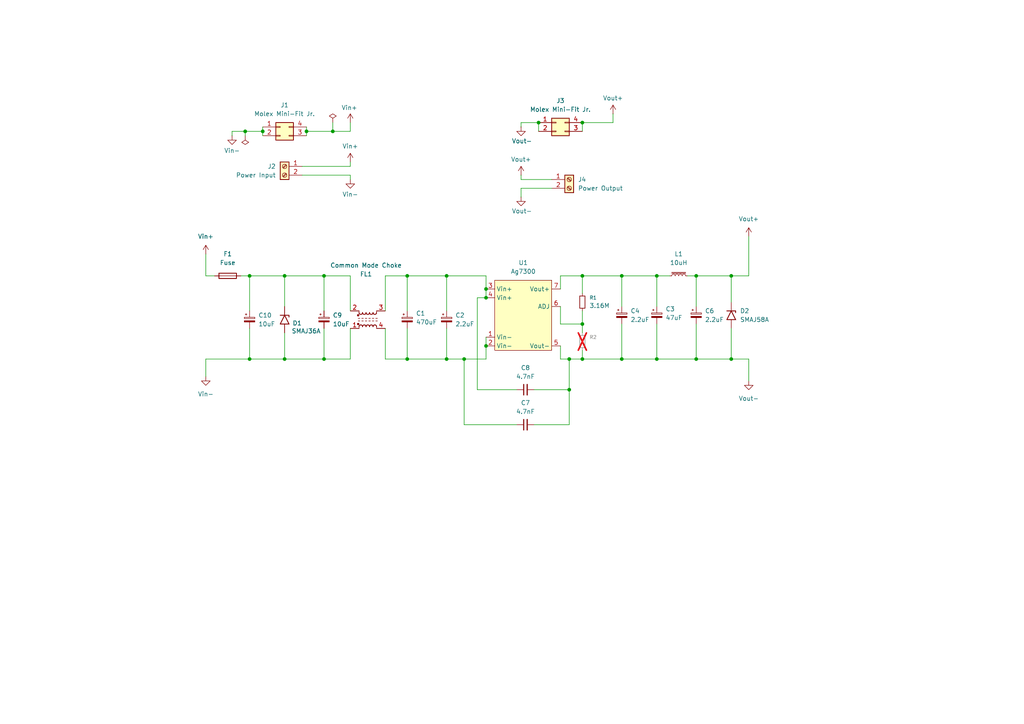
<source format=kicad_sch>
(kicad_sch (version 20250114) (generator "eeschema") (generator_version "9.0")
  (paper "A4")
  (lib_symbols
    (symbol "Connector:Screw_Terminal_01x02" (pin_names (offset 1.016) (hide yes))
      (property "Reference" "J" (at 0 2.54 0))
      (property "Value" "Screw_Terminal_01x02" (at 0 -5.08 0))
      (symbol "Screw_Terminal_01x02_1_1"
        (rectangle (start -1.27 1.27) (end 1.27 -3.81) (stroke (width 0.254)) (fill (type background)))
        (polyline (pts (xy -0.5334 0.3302) (xy 0.3302 -0.508)) (stroke (width 0.1524)))
        (polyline (pts (xy -0.5334 -2.2098) (xy 0.3302 -3.048)) (stroke (width 0.1524)))
        (polyline (pts (xy -0.3556 0.508) (xy 0.508 -0.3302)) (stroke (width 0.1524)))
        (polyline (pts (xy -0.3556 -2.032) (xy 0.508 -2.8702)) (stroke (width 0.1524)))
        (circle (center 0 0) (radius 0.635) (stroke (width 0.1524)))
        (circle (center 0 -2.54) (radius 0.635) (stroke (width 0.1524)))
        (pin passive line (at -5.08 0 0) (length 3.81) (name "Pin_1") (number "1"))
        (pin passive line (at -5.08 -2.54 0) (length 3.81) (name "Pin_2") (number "2"))
      )
    )
    (symbol "Connector_Generic:Conn_02x02_Counter_Clockwise" (pin_names (offset 1.016) (hide yes))
      (property "Reference" "J" (at 1.27 2.54 0))
      (property "Value" "Conn_02x02_Counter_Clockwise" (at 1.27 -5.08 0))
      (symbol "Conn_02x02_Counter_Clockwise_1_1"
        (rectangle (start -1.27 1.27) (end 3.81 -3.81) (stroke (width 0.254)) (fill (type background)))
        (rectangle (start -1.27 0.127) (end 0 -0.127) (stroke (width 0.1524)))
        (rectangle (start -1.27 -2.413) (end 0 -2.667) (stroke (width 0.1524)))
        (rectangle (start 3.81 0.127) (end 2.54 -0.127) (stroke (width 0.1524)))
        (rectangle (start 3.81 -2.413) (end 2.54 -2.667) (stroke (width 0.1524)))
        (pin passive line (at -5.08 0 0) (length 3.81) (name "Pin_1") (number "1"))
        (pin passive line (at -5.08 -2.54 0) (length 3.81) (name "Pin_2") (number "2"))
        (pin passive line (at 7.62 0 180) (length 3.81) (name "Pin_4") (number "4"))
        (pin passive line (at 7.62 -2.54 180) (length 3.81) (name "Pin_3") (number "3"))
      )
    )
    (symbol "Device:C_Polarized_Small" (pin_numbers (hide yes)) (pin_names (offset 0.254) (hide yes))
      (property "Reference" "C" (at 0.254 1.778 0))
      (property "Value" "C_Polarized_Small" (at 0.254 -2.032 0))
      (symbol "C_Polarized_Small_0_1"
        (rectangle (start -1.524 0.6858) (end 1.524 0.3048))
        (rectangle (start -1.524 -0.3048) (end 1.524 -0.6858) (fill (type outline)))
        (polyline (pts (xy -1.27 1.524) (xy -0.762 1.524)))
        (polyline (pts (xy -1.016 1.27) (xy -1.016 1.778)))
      )
      (symbol "C_Polarized_Small_1_1"
        (pin passive line (at 0 2.54 270) (length 1.8542) (name "~") (number "1"))
        (pin passive line (at 0 -2.54 90) (length 1.8542) (name "~") (number "2"))
      )
    )
    (symbol "Device:C_Small" (pin_numbers (hide yes)) (pin_names (offset 0.254) (hide yes))
      (property "Reference" "C" (at 0.254 1.778 0))
      (property "Value" "C_Small" (at 0.254 -2.032 0))
      (symbol "C_Small_0_1"
        (polyline (pts (xy -1.524 0.508) (xy 1.524 0.508)) (stroke (width 0.3048)))
        (polyline (pts (xy -1.524 -0.508) (xy 1.524 -0.508)) (stroke (width 0.3302)))
      )
      (symbol "C_Small_1_1"
        (pin passive line (at 0 2.54 270) (length 2.032) (name "~") (number "1"))
        (pin passive line (at 0 -2.54 90) (length 2.032) (name "~") (number "2"))
      )
    )
    (symbol "Device:Fuse" (pin_numbers (hide yes)) (pin_names (offset 0))
      (property "Reference" "F1" (at 6.35 0 90))
      (property "Value" "Fuse" (at 3.81 0 90))
      (symbol "Fuse_0_1"
        (rectangle (start -0.762 -2.54) (end 0.762 2.54) (stroke (width 0.254)))
        (polyline (pts (xy 0 2.54) (xy 0 -2.54)))
      )
      (symbol "Fuse_1_1"
        (pin power_in line (at 0 3.81 270) (length 1.27) (name "~") (number "1"))
        (pin power_out line (at 0 -3.81 90) (length 1.27) (name "~") (number "2"))
      )
    )
    (symbol "Device:L_Iron_Small" (pin_numbers (hide yes)) (pin_names (offset 0.254) (hide yes))
      (property "Reference" "L1" (at 6.35 0 90))
      (property "Value" "10uH" (at 3.81 0 90))
      (symbol "L_Iron_Small_0_1"
        (arc (start 0 2.032) (mid 0.5058 1.524) (end 0 1.016))
        (arc (start 0 1.016) (mid 0.5058 0.508) (end 0 0))
        (arc (start 0 0) (mid 0.5058 -0.508) (end 0 -1.016))
        (arc (start 0 -1.016) (mid 0.5058 -1.524) (end 0 -2.032))
        (polyline (pts (xy 0.762 2.032) (xy 0.762 -2.032)))
        (polyline (pts (xy 1.016 -2.032) (xy 1.016 2.032)))
      )
      (symbol "L_Iron_Small_1_1"
        (pin power_in line (at 0 2.54 270) (length 0.508) (name "~") (number "1"))
        (pin power_out line (at 0 -2.54 90) (length 0.508) (name "~") (number "2"))
      )
    )
    (symbol "Device:R_Small" (pin_numbers (hide yes)) (pin_names (offset 0.254) (hide yes))
      (property "Reference" "R" (at 0 0 90))
      (property "Value" "R_Small" (at 1.778 0 90))
      (symbol "R_Small_0_1"
        (rectangle (start -0.762 1.778) (end 0.762 -1.778) (stroke (width 0.2032)))
      )
      (symbol "R_Small_1_1"
        (pin passive line (at 0 2.54 270) (length 0.762) (name "~") (number "1"))
        (pin passive line (at 0 -2.54 90) (length 0.762) (name "~") (number "2"))
      )
    )
    (symbol "Diode:SMAJ36A" (pin_numbers (hide yes)) (pin_names (offset 1.016) (hide yes))
      (property "Reference" "D" (at 0 2.54 0))
      (property "Value" "SMAJ36A" (at 0 -2.54 0))
      (symbol "SMAJ36A_0_1"
        (polyline (pts (xy -0.762 1.27) (xy -1.27 1.27) (xy -1.27 -1.27)) (stroke (width 0.254)))
        (polyline (pts (xy 1.27 1.27) (xy 1.27 -1.27) (xy -1.27 0) (xy 1.27 1.27)) (stroke (width 0.254)))
      )
      (symbol "SMAJ36A_1_1"
        (pin passive line (at -3.81 0 0) (length 2.54) (name "A1") (number "1"))
        (pin passive line (at 3.81 0 180) (length 2.54) (name "A2") (number "2"))
      )
    )
    (symbol "Diode:SMAJ58A" (pin_numbers (hide yes)) (pin_names (offset 1.016) (hide yes))
      (property "Reference" "D" (at 0 2.54 0))
      (property "Value" "SMAJ58A" (at 0 -2.54 0))
      (symbol "SMAJ58A_0_1"
        (polyline (pts (xy -0.762 1.27) (xy -1.27 1.27) (xy -1.27 -1.27)) (stroke (width 0.254)))
        (polyline (pts (xy 1.27 1.27) (xy 1.27 -1.27) (xy -1.27 0) (xy 1.27 1.27)) (stroke (width 0.254)))
      )
      (symbol "SMAJ58A_1_1"
        (pin passive line (at -3.81 0 0) (length 2.54) (name "A1") (number "1"))
        (pin passive line (at 3.81 0 180) (length 2.54) (name "A2") (number "2"))
      )
    )
    (symbol "Filter:Choke_CommonMode_FerriteCore_1423" (pin_names (offset 0.254) (hide yes))
      (property "Reference" "FL1" (at -0.508 -13.208 0))
      (property "Value" "Common Mode Choke" (at -0.508 -15.748 0))
      (symbol "Choke_CommonMode_FerriteCore_1423_0_1"
        (circle (center -2.794 1.27) (radius 0.254) (fill (type outline)))
        (polyline (pts (xy -2.794 0.381) (xy -2.286 0.381)))
        (polyline (pts (xy -2.794 -0.381) (xy -2.286 -0.381)))
        (circle (center -2.794 -1.27) (radius 0.254) (fill (type outline)))
        (polyline (pts (xy -2.54 2.032) (xy -2.54 2.54)))
        (polyline (pts (xy -2.54 -2.032) (xy -2.54 -2.54)))
        (arc (start -1.524 2.032) (mid -2.032 1.5262) (end -2.54 2.032) (stroke (width 0.254)))
        (arc (start -2.54 -2.032) (mid -2.032 -1.5262) (end -1.524 -2.032) (stroke (width 0.254)))
        (polyline (pts (xy -1.778 0.381) (xy -1.27 0.381)))
        (polyline (pts (xy -1.778 -0.381) (xy -1.27 -0.381)))
        (arc (start -0.508 2.032) (mid -1.016 1.5262) (end -1.524 2.032) (stroke (width 0.254)))
        (arc (start -1.524 -2.032) (mid -1.016 -1.5262) (end -0.508 -2.032) (stroke (width 0.254)))
        (polyline (pts (xy -0.762 0.381) (xy -0.254 0.381)))
        (polyline (pts (xy -0.762 -0.381) (xy -0.254 -0.381)))
        (arc (start 0.508 2.032) (mid 0 1.5262) (end -0.508 2.032) (stroke (width 0.254)))
        (arc (start -0.508 -2.032) (mid 0 -1.5262) (end 0.508 -2.032) (stroke (width 0.254)))
        (polyline (pts (xy 0.254 0.381) (xy 0.762 0.381)))
        (polyline (pts (xy 0.254 -0.381) (xy 0.762 -0.381)))
        (arc (start 1.524 2.032) (mid 1.016 1.5262) (end 0.508 2.032) (stroke (width 0.254)))
        (arc (start 0.508 -2.032) (mid 1.016 -1.5262) (end 1.524 -2.032) (stroke (width 0.254)))
        (polyline (pts (xy 1.27 0.381) (xy 1.778 0.381)))
        (polyline (pts (xy 1.27 -0.381) (xy 1.778 -0.381)))
        (arc (start 2.54 2.032) (mid 2.032 1.5262) (end 1.524 2.032) (stroke (width 0.254)))
        (arc (start 1.524 -2.032) (mid 2.032 -1.5262) (end 2.54 -2.032) (stroke (width 0.254)))
        (polyline (pts (xy 2.286 0.381) (xy 2.794 0.381)))
        (polyline (pts (xy 2.286 -0.381) (xy 2.794 -0.381)))
        (polyline (pts (xy 2.54 2.54) (xy 2.54 2.032)))
        (polyline (pts (xy 2.54 -2.032) (xy 2.54 -2.54)))
      )
      (symbol "Choke_CommonMode_FerriteCore_1423_1_1"
        (pin power_in line (at -5.08 2.54 0) (length 2.54) (name "1") (number "1"))
        (pin power_in line (at -5.08 -2.54 0) (length 2.54) (name "2") (number "2"))
        (pin power_out line (at 5.08 2.54 180) (length 2.54) (name "4") (number "4"))
        (pin power_out line (at 5.08 -2.54 180) (length 2.54) (name "3") (number "3"))
      )
    )
    (symbol "ag7300:Ag7300"
      (property "Reference" "U" (at -8.128 11.176 0))
      (property "Value" "Ag7300" (at -0.254 -1.778 0))
      (symbol "Ag7300_1_1"
        (rectangle (start -8.89 10.16) (end 7.62 -10.16) (fill (type background)))
        (pin power_in line (at -11.43 7.62 0) (length 2.54) (name "Vin+") (number "3"))
        (pin power_in line (at -11.43 5.08 0) (length 2.54) (name "Vin+") (number "4"))
        (pin power_in line (at -11.43 -6.35 0) (length 2.54) (name "Vin-") (number "1"))
        (pin power_in line (at -11.43 -8.89 0) (length 2.54) (name "Vin-") (number "2"))
        (pin power_out line (at 10.16 7.62 180) (length 2.54) (name "Vout+") (number "7"))
        (pin passive line (at 10.16 2.54 180) (length 2.54) (name "ADJ") (number "6"))
        (pin power_out line (at 10.16 -8.89 180) (length 2.54) (name "Vout-") (number "5"))
      )
    )
    (symbol "power:+24V" (power) (pin_numbers (hide yes)) (pin_names (offset 0) (hide yes))
      (property "Value" "+24V" (at 0 3.556 0))
      (symbol "+24V_0_1"
        (polyline (pts (xy -0.762 1.27) (xy 0 2.54)))
        (polyline (pts (xy 0 2.54) (xy 0.762 1.27)))
        (polyline (pts (xy 0 0) (xy 0 2.54)))
      )
      (symbol "+24V_1_1"
        (pin power_in line (at 0 0 90) (length 0) (name "~") (number "1"))
      )
    )
    (symbol "power:+48V" (power) (pin_numbers (hide yes)) (pin_names (offset 0) (hide yes))
      (property "Value" "+48V" (at 0 3.556 0))
      (symbol "+48V_0_1"
        (polyline (pts (xy -0.762 1.27) (xy 0 2.54)))
        (polyline (pts (xy 0 2.54) (xy 0.762 1.27)))
        (polyline (pts (xy 0 0) (xy 0 2.54)))
      )
      (symbol "+48V_1_1"
        (pin power_in line (at 0 0 90) (length 0) (name "~") (number "1"))
      )
    )
    (symbol "power:GND1" (power) (pin_numbers (hide yes)) (pin_names (offset 0) (hide yes))
      (property "Value" "GND1" (at 0 -3.81 0))
      (symbol "GND1_0_1"
        (polyline (pts (xy 0 0) (xy 0 -1.27) (xy 1.27 -1.27) (xy 0 -2.54) (xy -1.27 -1.27) (xy 0 -1.27)))
      )
      (symbol "GND1_1_1"
        (pin power_in line (at 0 0 270) (length 0) (name "~") (number "1"))
      )
    )
    (symbol "power:GND2" (power) (pin_numbers (hide yes)) (pin_names (offset 0) (hide yes))
      (property "Value" "GND2" (at 0 -3.81 0))
      (symbol "GND2_0_1"
        (polyline (pts (xy 0 0) (xy 0 -1.27) (xy 1.27 -1.27) (xy 0 -2.54) (xy -1.27 -1.27) (xy 0 -1.27)))
      )
      (symbol "GND2_1_1"
        (pin power_in line (at 0 0 270) (length 0) (name "~") (number "1"))
      )
    )
    (symbol "power:PWR_FLAG" (power) (pin_numbers (hide yes)) (pin_names (offset 0) (hide yes))
      (property "Value" "PWR_FLAG" (at 0 3.81 0))
      (symbol "PWR_FLAG_0_0"
        (pin power_out line (at 0 0 90) (length 0) (name "~") (number "1"))
      )
      (symbol "PWR_FLAG_0_1"
        (polyline (pts (xy 0 0) (xy 0 1.27) (xy -1.016 1.905) (xy 0 2.54) (xy 1.016 1.905) (xy 0 1.27)))
      )
    )
  )
  (junction (at 93.98 104.14))
  (junction (at 212.09 80.01))
  (junction (at 76.2 38.1))
  (junction (at 118.11 104.14))
  (junction (at 72.39 104.14))
  (junction (at 118.11 80.01))
  (junction (at 96.52 38.1))
  (junction (at 82.55 104.14))
  (junction (at 165.1 113.03))
  (junction (at 190.5 104.14))
  (junction (at 129.54 104.14))
  (junction (at 156.21 35.56))
  (junction (at 140.97 100.33))
  (junction (at 168.91 104.14))
  (junction (at 168.91 93.98))
  (junction (at 180.34 80.01))
  (junction (at 165.1 104.14))
  (junction (at 93.98 80.01))
  (junction (at 134.62 104.14))
  (junction (at 88.9 38.1))
  (junction (at 140.97 83.82))
  (junction (at 129.54 80.01))
  (junction (at 82.55 80.01))
  (junction (at 140.97 86.36))
  (junction (at 168.91 35.56))
  (junction (at 168.91 80.01))
  (junction (at 71.12 38.1))
  (junction (at 201.93 80.01))
  (junction (at 201.93 104.14))
  (junction (at 212.09 104.14))
  (junction (at 180.34 104.14))
  (junction (at 72.39 80.01))
  (junction (at 190.5 80.01))
  (wire (pts (xy 151.13 35.56) (xy 151.13 36.83)))
  (wire (pts (xy 168.91 101.6) (xy 168.91 104.14)))
  (wire (pts (xy 190.5 80.01) (xy 194.31 80.01)))
  (wire (pts (xy 168.91 93.98) (xy 168.91 90.17)))
  (wire (pts (xy 101.6 48.26) (xy 101.6 46.99)))
  (wire (pts (xy 154.94 113.03) (xy 165.1 113.03)))
  (wire (pts (xy 93.98 80.01) (xy 93.98 90.17)))
  (wire (pts (xy 59.69 104.14) (xy 59.69 109.22)))
  (wire (pts (xy 82.55 80.01) (xy 82.55 88.9)))
  (wire (pts (xy 168.91 80.01) (xy 168.91 85.09)))
  (wire (pts (xy 111.76 104.14) (xy 118.11 104.14)))
  (wire (pts (xy 168.91 35.56) (xy 177.8 35.56)))
  (wire (pts (xy 72.39 80.01) (xy 72.39 90.17)))
  (wire (pts (xy 59.69 73.66) (xy 59.69 80.01)))
  (wire (pts (xy 212.09 87.63) (xy 212.09 80.01)))
  (wire (pts (xy 165.1 104.14) (xy 168.91 104.14)))
  (wire (pts (xy 93.98 80.01) (xy 101.6 80.01)))
  (wire (pts (xy 168.91 80.01) (xy 180.34 80.01)))
  (wire (pts (xy 129.54 80.01) (xy 140.97 80.01)))
  (wire (pts (xy 162.56 80.01) (xy 168.91 80.01)))
  (wire (pts (xy 69.85 80.01) (xy 72.39 80.01)))
  (wire (pts (xy 101.6 104.14) (xy 101.6 95.25)))
  (wire (pts (xy 140.97 80.01) (xy 140.97 83.82)))
  (wire (pts (xy 118.11 80.01) (xy 129.54 80.01)))
  (wire (pts (xy 67.31 38.1) (xy 71.12 38.1)))
  (wire (pts (xy 59.69 80.01) (xy 62.23 80.01)))
  (wire (pts (xy 76.2 36.83) (xy 76.2 38.1)))
  (wire (pts (xy 71.12 38.1) (xy 76.2 38.1)))
  (wire (pts (xy 101.6 80.01) (xy 101.6 90.17)))
  (wire (pts (xy 190.5 80.01) (xy 190.5 88.9)))
  (wire (pts (xy 134.62 104.14) (xy 140.97 104.14)))
  (wire (pts (xy 82.55 80.01) (xy 93.98 80.01)))
  (wire (pts (xy 59.69 104.14) (xy 72.39 104.14)))
  (wire (pts (xy 134.62 104.14) (xy 134.62 123.19)))
  (wire (pts (xy 168.91 104.14) (xy 180.34 104.14)))
  (wire (pts (xy 217.17 68.58) (xy 217.17 80.01)))
  (wire (pts (xy 212.09 104.14) (xy 217.17 104.14)))
  (wire (pts (xy 190.5 93.98) (xy 190.5 104.14)))
  (wire (pts (xy 165.1 123.19) (xy 154.94 123.19)))
  (wire (pts (xy 67.31 39.37) (xy 67.31 38.1)))
  (wire (pts (xy 87.63 50.8) (xy 101.6 50.8)))
  (wire (pts (xy 190.5 104.14) (xy 201.93 104.14)))
  (wire (pts (xy 156.21 35.56) (xy 151.13 35.56)))
  (wire (pts (xy 177.8 33.02) (xy 177.8 35.56)))
  (wire (pts (xy 140.97 83.82) (xy 140.97 86.36)))
  (wire (pts (xy 138.43 113.03) (xy 149.86 113.03)))
  (wire (pts (xy 72.39 95.25) (xy 72.39 104.14)))
  (wire (pts (xy 212.09 80.01) (xy 217.17 80.01)))
  (wire (pts (xy 140.97 104.14) (xy 140.97 100.33)))
  (wire (pts (xy 72.39 80.01) (xy 82.55 80.01)))
  (wire (pts (xy 201.93 80.01) (xy 201.93 88.9)))
  (wire (pts (xy 129.54 80.01) (xy 129.54 90.17)))
  (wire (pts (xy 199.39 80.01) (xy 201.93 80.01)))
  (wire (pts (xy 165.1 104.14) (xy 165.1 113.03)))
  (wire (pts (xy 118.11 104.14) (xy 129.54 104.14)))
  (wire (pts (xy 165.1 113.03) (xy 165.1 123.19)))
  (wire (pts (xy 118.11 95.25) (xy 118.11 104.14)))
  (wire (pts (xy 201.93 80.01) (xy 212.09 80.01)))
  (wire (pts (xy 168.91 93.98) (xy 162.56 93.98)))
  (wire (pts (xy 151.13 54.61) (xy 160.02 54.61)))
  (wire (pts (xy 88.9 38.1) (xy 96.52 38.1)))
  (wire (pts (xy 82.55 104.14) (xy 93.98 104.14)))
  (wire (pts (xy 72.39 104.14) (xy 82.55 104.14)))
  (wire (pts (xy 111.76 90.17) (xy 111.76 80.01)))
  (wire (pts (xy 160.02 52.07) (xy 151.13 52.07)))
  (wire (pts (xy 180.34 80.01) (xy 190.5 80.01)))
  (wire (pts (xy 111.76 95.25) (xy 111.76 104.14)))
  (wire (pts (xy 71.12 38.1) (xy 71.12 39.37)))
  (wire (pts (xy 82.55 96.52) (xy 82.55 104.14)))
  (wire (pts (xy 162.56 93.98) (xy 162.56 88.9)))
  (wire (pts (xy 180.34 80.01) (xy 180.34 88.9)))
  (wire (pts (xy 151.13 50.8) (xy 151.13 52.07)))
  (wire (pts (xy 96.52 35.56) (xy 96.52 38.1)))
  (wire (pts (xy 76.2 38.1) (xy 76.2 39.37)))
  (wire (pts (xy 156.21 35.56) (xy 156.21 38.1)))
  (wire (pts (xy 217.17 104.14) (xy 217.17 110.49)))
  (wire (pts (xy 138.43 86.36) (xy 140.97 86.36)))
  (wire (pts (xy 201.93 104.14) (xy 212.09 104.14)))
  (wire (pts (xy 162.56 104.14) (xy 165.1 104.14)))
  (wire (pts (xy 87.63 48.26) (xy 101.6 48.26)))
  (wire (pts (xy 101.6 50.8) (xy 101.6 52.07)))
  (wire (pts (xy 140.97 97.79) (xy 140.97 100.33)))
  (wire (pts (xy 129.54 104.14) (xy 134.62 104.14)))
  (wire (pts (xy 180.34 93.98) (xy 180.34 104.14)))
  (wire (pts (xy 151.13 57.15) (xy 151.13 54.61)))
  (wire (pts (xy 111.76 80.01) (xy 118.11 80.01)))
  (wire (pts (xy 201.93 93.98) (xy 201.93 104.14)))
  (wire (pts (xy 93.98 104.14) (xy 101.6 104.14)))
  (wire (pts (xy 138.43 113.03) (xy 138.43 86.36)))
  (wire (pts (xy 162.56 104.14) (xy 162.56 100.33)))
  (wire (pts (xy 162.56 80.01) (xy 162.56 83.82)))
  (wire (pts (xy 101.6 38.1) (xy 101.6 35.56)))
  (wire (pts (xy 96.52 38.1) (xy 101.6 38.1)))
  (wire (pts (xy 93.98 95.25) (xy 93.98 104.14)))
  (wire (pts (xy 168.91 35.56) (xy 168.91 38.1)))
  (wire (pts (xy 118.11 80.01) (xy 118.11 90.17)))
  (wire (pts (xy 88.9 38.1) (xy 88.9 39.37)))
  (wire (pts (xy 88.9 36.83) (xy 88.9 38.1)))
  (wire (pts (xy 134.62 123.19) (xy 149.86 123.19)))
  (wire (pts (xy 168.91 93.98) (xy 168.91 96.52)))
  (wire (pts (xy 180.34 104.14) (xy 190.5 104.14)))
  (wire (pts (xy 212.09 95.25) (xy 212.09 104.14)))
  (wire (pts (xy 129.54 95.25) (xy 129.54 104.14)))
  (symbol (lib_id "power:GND1") (at 59.69 109.22 0) (unit 1)
    (property "Reference" "#PWR03" (effects (hide yes)))
    (property "Value" "Vin-" (at 59.69 114.3 0))
    (property "Description" "Power symbol creates a global label with name \"GND1\" , ground" (effects (hide yes)))
  )
  (symbol (lib_id "Device:C_Small") (at 152.4 113.03 90) (unit 1)
    (property "Reference" "C8" (at 152.4063 106.68 90))
    (property "Value" "4.7nF" (at 152.4063 109.22 90))
    (property "Footprint" "Capacitor_THT:C_Disc_D14.5mm_W5.0mm_P10.00mm" (effects (hide yes)))
    (property "Description" "Unpolarized capacitor, small symbol" (effects (hide yes)))
  )
  (symbol (lib_id "Device:Fuse") (at 66.04 80.01 90) (unit 1)
    (property "Reference" "F1" (at 66.04 73.66 90))
    (property "Value" "Fuse" (at 66.04 76.2 90))
    (property "Footprint" "Fuse:Fuseholder_Cylinder-5x20mm_Schurter_0031_8201_Horizontal_Open" (effects (hide yes)))
    (property "Description" "Fuse" (effects (hide yes)))
  )
  (symbol (lib_id "Diode:SMAJ58A") (at 212.09 91.44 270) (unit 1)
    (property "Reference" "D2" (at 214.63 90.1699 90) (effects (justify left)))
    (property "Value" "SMAJ58A" (at 214.63 92.7099 90) (effects (justify left)))
    (property "Footprint" "Diode_SMD:D_SMA" (effects (hide yes)))
    (property "Datasheet" "https://www.littelfuse.com/media?resourcetype=datasheets&itemid=75e32973-b177-4ee3-a0ff-cedaf1abdb93&filename=smaj-datasheet" (effects (hide yes)))
    (property "Description" "400W unidirectional Transient Voltage Suppressor, 58.0Vr, SMA(DO-214AC)" (effects (hide yes)))
  )
  (symbol (lib_id "power:PWR_FLAG") (at 96.52 35.56 0) (unit 1)
    (property "Reference" "#FLG01" (effects (hide yes)))
    (property "Value" "PWR_FLAG" (effects (hide yes)))
    (property "Description" "Special symbol for telling ERC where power comes from" (effects (hide yes)))
  )
  (symbol (lib_id "power:+48V") (at 151.13 50.8 0) (unit 1)
    (property "Reference" "#PWR08" (effects (hide yes)))
    (property "Value" "Vout+" (at 151.13 46.228 0))
    (property "Description" "Power symbol creates a global label with name \"+48V\"" (effects (hide yes)))
  )
  (symbol (lib_id "Connector:Screw_Terminal_01x02") (at 165.1 52.07 0) (unit 1)
    (property "Reference" "J4" (at 167.64 52.0699 0) (effects (justify left)))
    (property "Value" "Power Output" (at 167.64 54.6099 0) (effects (justify left)))
    (property "Footprint" "TerminalBlock_Phoenix:TerminalBlock_Phoenix_MKDS-1,5-2_1x02_P5.00mm_Horizontal" (effects (hide yes)))
    (property "Description" "Generic screw terminal, single row, 01x02, script generated (kicad-library-utils/schlib/autogen/connector/)" (effects (hide yes)))
  )
  (symbol (lib_id "Connector_Generic:Conn_02x02_Counter_Clockwise") (at 81.28 36.83 0) (unit 1)
    (property "Reference" "J1" (at 82.55 30.48 0))
    (property "Value" "Molex Mini-Fit Jr." (at 82.55 33.02 0))
    (property "Footprint" "Connector_Molex:Molex_Mini-Fit_Jr_5566-04A_2x02_P4.20mm_Vertical" (effects (hide yes)))
    (property "Description" "Generic connector, double row, 02x02, counter clockwise pin numbering scheme (similar to DIP package numbering), script generated (kicad-library-utils/schlib/autogen/connector/)" (effects (hide yes)))
  )
  (symbol (lib_id "Connector_Generic:Conn_02x02_Counter_Clockwise") (at 161.29 35.56 0) (unit 1)
    (property "Reference" "J3" (at 162.56 29.21 0))
    (property "Value" "Molex Mini-Fit Jr." (at 162.56 31.75 0))
    (property "Footprint" "Connector_Molex:Molex_Mini-Fit_Jr_5566-04A_2x02_P4.20mm_Vertical" (effects (hide yes)))
    (property "Description" "Generic connector, double row, 02x02, counter clockwise pin numbering scheme (similar to DIP package numbering), script generated (kicad-library-utils/schlib/autogen/connector/)" (effects (hide yes)))
  )
  (symbol (lib_id "Connector:Screw_Terminal_01x02") (at 82.55 48.26 0) (mirror y) (unit 1)
    (property "Reference" "J2" (at 80.01 48.2599 0) (effects (justify left)))
    (property "Value" "Power Input" (at 80.01 50.7999 0) (effects (justify left)))
    (property "Footprint" "TerminalBlock_Phoenix:TerminalBlock_Phoenix_MKDS-1,5-2_1x02_P5.00mm_Horizontal" (effects (hide yes)))
    (property "Description" "Generic screw terminal, single row, 01x02, script generated (kicad-library-utils/schlib/autogen/connector/)" (effects (hide yes)))
  )
  (symbol (lib_id "Device:C_Polarized_Small") (at 201.93 91.44 0) (unit 1)
    (property "Reference" "C6" (at 204.47 90.1762 0) (effects (justify left)))
    (property "Value" "2.2uF" (at 204.47 92.7162 0) (effects (justify left)))
    (property "Footprint" "Capacitor_THT:C_Disc_D6.0mm_W4.4mm_P5.00mm" (effects (hide yes)))
    (property "Description" "Polarized capacitor, small symbol" (effects (hide yes)))
  )
  (symbol (lib_id "Device:R_Small") (at 168.91 87.63 0) (unit 1)
    (property "Reference" "R1" (at 170.942 86.36 0) (effects (font (size 1.016 1.016)) (justify left)))
    (property "Value" "3.16M" (at 170.942 88.646 0) (effects (justify left)))
    (property "Footprint" "Resistor_THT:R_Axial_DIN0207_L6.3mm_D2.5mm_P7.62mm_Horizontal" (effects (hide yes)))
    (property "Description" "Resistor, small symbol" (effects (hide yes)))
  )
  (symbol (lib_id "Device:C_Polarized_Small") (at 93.98 92.71 0) (unit 1)
    (property "Reference" "C9" (at 96.52 91.4462 0) (effects (justify left)))
    (property "Value" "10uF" (at 96.52 93.9862 0) (effects (justify left)))
    (property "Footprint" "Capacitor_THT:CP_Radial_D5.0mm_P2.00mm" (effects (hide yes)))
    (property "Description" "Polarized capacitor, small symbol" (effects (hide yes)))
  )
  (symbol (lib_id "ag7300:Ag7300") (at 152.4 91.44 0) (unit 1)
    (property "Reference" "U1" (at 151.765 76.2 0))
    (property "Value" "Ag7300" (at 151.765 78.74 0))
    (property "Footprint" "ag7300:Ag7300" (effects (hide yes)))
    (property "Datasheet" "https://silvertel.com/images/datasheets/Ag7300-datasheet-120W-55V-boost-converter-DCDC-module.pdf" (effects (hide yes)))
    (property "Description" "120W DC/DC Converter, 18V-36V input, 48V-57V output voltage" (effects (hide yes)))
  )
  (symbol (lib_id "Device:C_Small") (at 152.4 123.19 90) (unit 1)
    (property "Reference" "C7" (at 152.4063 116.84 90))
    (property "Value" "4.7nF" (at 152.4063 119.38 90))
    (property "Footprint" "Capacitor_THT:C_Disc_D14.5mm_W5.0mm_P10.00mm" (effects (hide yes)))
    (property "Description" "Unpolarized capacitor, small symbol" (effects (hide yes)))
  )
  (symbol (lib_id "power:+24V") (at 101.6 46.99 0) (unit 1)
    (property "Reference" "#PWR05" (effects (hide yes)))
    (property "Value" "Vin+" (at 101.6 42.418 0))
    (property "Description" "Power symbol creates a global label with name \"+24V\"" (effects (hide yes)))
  )
  (symbol (lib_id "Device:R_Small") (at 168.91 99.06 0) (unit 1) (dnp yes)
    (property "Reference" "R2" (at 170.942 97.79 0) (effects (font (size 1.016 1.016)) (justify left)))
    (property "Value" "3.16M" (effects (hide yes)))
    (property "Footprint" "Resistor_THT:R_Axial_DIN0207_L6.3mm_D2.5mm_P7.62mm_Horizontal" (effects (hide yes)))
    (property "Description" "Resistor, small symbol" (effects (hide yes)))
  )
  (symbol (lib_id "power:GND2") (at 151.13 36.83 0) (unit 1)
    (property "Reference" "#PWR07" (effects (hide yes)))
    (property "Value" "Vout-" (at 151.384 40.894 0))
    (property "Description" "Power symbol creates a global label with name \"GND2\" , ground" (effects (hide yes)))
  )
  (symbol (lib_id "power:+24V") (at 101.6 35.56 0) (unit 1)
    (property "Reference" "#PWR04" (effects (hide yes)))
    (property "Value" "Vin+" (at 101.346 31.242 0))
    (property "Description" "Power symbol creates a global label with name \"+24V\"" (effects (hide yes)))
  )
  (symbol (lib_id "Device:C_Polarized_Small") (at 180.34 91.44 0) (unit 1)
    (property "Reference" "C4" (at 182.88 90.1762 0) (effects (justify left)))
    (property "Value" "2.2uF" (at 182.88 92.7162 0) (effects (justify left)))
    (property "Footprint" "Capacitor_THT:C_Disc_D6.0mm_W4.4mm_P5.00mm" (effects (hide yes)))
    (property "Description" "Polarized capacitor, small symbol" (effects (hide yes)))
  )
  (symbol (lib_id "Device:C_Polarized_Small") (at 190.5 91.44 0) (unit 1)
    (property "Reference" "C3" (at 193.04 89.6238 0) (effects (justify left)))
    (property "Value" "47uF" (at 193.04 92.1638 0) (effects (justify left)))
    (property "Footprint" "Capacitor_THT:CP_Radial_D10.0mm_P5.00mm" (effects (hide yes)))
    (property "Description" "Polarized capacitor, small symbol" (effects (hide yes)))
  )
  (symbol (lib_id "power:GND2") (at 151.13 57.15 0) (unit 1)
    (property "Reference" "#PWR09" (effects (hide yes)))
    (property "Value" "Vout-" (at 151.384 61.214 0))
    (property "Description" "Power symbol creates a global label with name \"GND2\" , ground" (effects (hide yes)))
  )
  (symbol (lib_id "power:+48V") (at 217.17 68.58 0) (unit 1)
    (property "Reference" "#PWR011" (effects (hide yes)))
    (property "Value" "Vout+" (at 217.17 63.5 0))
    (property "Description" "Power symbol creates a global label with name \"+48V\"" (effects (hide yes)))
  )
  (symbol (lib_id "Filter:Choke_CommonMode_FerriteCore_1423") (at 106.68 92.71 0) (mirror x) (unit 1)
    (property "Reference" "FL1" (at 106.172 79.502 0))
    (property "Value" "Common Mode Choke" (at 106.172 76.962 0))
    (property "Footprint" "CM2545X171B:CM2545X171B" (effects (hide yes)))
    (property "Description" "Generic common-mode choke, ferrite core, 1423 pin order" (effects (hide yes)))
  )
  (symbol (lib_id "power:GND1") (at 67.31 39.37 0) (unit 1)
    (property "Reference" "#PWR01" (effects (hide yes)))
    (property "Value" "Vin-" (at 67.31 43.688 0))
    (property "Description" "Power symbol creates a global label with name \"GND1\" , ground" (effects (hide yes)))
  )
  (symbol (lib_id "Diode:SMAJ36A") (at 82.55 92.71 270) (unit 1)
    (property "Reference" "D1" (at 84.836 93.726 90) (effects (justify left)))
    (property "Value" "SMAJ36A" (at 84.582 96.012 90) (effects (justify left)))
    (property "Footprint" "Diode_SMD:D_SMA" (effects (hide yes)))
    (property "Datasheet" "https://www.littelfuse.com/media?resourcetype=datasheets&itemid=75e32973-b177-4ee3-a0ff-cedaf1abdb93&filename=smaj-datasheet" (effects (hide yes)))
    (property "Description" "400W unidirectional Transient Voltage Suppressor, 36.0Vr, SMA(DO-214AC)" (effects (hide yes)))
  )
  (symbol (lib_id "Device:C_Polarized_Small") (at 72.39 92.71 0) (unit 1)
    (property "Reference" "C10" (at 74.93 91.4462 0) (effects (justify left)))
    (property "Value" "10uF" (at 74.93 93.9862 0) (effects (justify left)))
    (property "Footprint" "Capacitor_THT:CP_Radial_D5.0mm_P2.00mm" (effects (hide yes)))
    (property "Description" "Polarized capacitor, small symbol" (effects (hide yes)))
  )
  (symbol (lib_id "power:GND2") (at 217.17 110.49 0) (unit 1)
    (property "Reference" "#PWR012" (effects (hide yes)))
    (property "Value" "Vout-" (at 217.17 115.57 0))
    (property "Description" "Power symbol creates a global label with name \"GND2\" , ground" (effects (hide yes)))
  )
  (symbol (lib_id "Device:L_Iron_Small") (at 196.85 80.01 90) (unit 1)
    (property "Reference" "L1" (at 196.85 73.66 90))
    (property "Value" "10uH" (at 196.85 76.2 90))
    (property "Footprint" "Inductor_THT:L_Radial_D10.0mm_P5.00mm_Fastron_07M" (effects (hide yes)))
    (property "Description" "Inductor with iron core, small symbol" (effects (hide yes)))
  )
  (symbol (lib_id "power:+24V") (at 59.69 73.66 0) (unit 1)
    (property "Reference" "#PWR02" (effects (hide yes)))
    (property "Value" "Vin+" (at 59.69 68.58 0))
    (property "Description" "Power symbol creates a global label with name \"+24V\"" (effects (hide yes)))
  )
  (symbol (lib_id "power:PWR_FLAG") (at 71.12 39.37 180) (unit 1)
    (property "Reference" "#FLG02" (effects (hide yes)))
    (property "Value" "PWR_FLAG" (effects (hide yes)))
    (property "Description" "Special symbol for telling ERC where power comes from" (effects (hide yes)))
  )
  (symbol (lib_id "power:GND1") (at 101.6 52.07 0) (unit 1)
    (property "Reference" "#PWR06" (effects (hide yes)))
    (property "Value" "Vin-" (at 101.6 56.388 0))
    (property "Description" "Power symbol creates a global label with name \"GND1\" , ground" (effects (hide yes)))
  )
  (symbol (lib_id "Device:C_Polarized_Small") (at 129.54 92.71 0) (unit 1)
    (property "Reference" "C2" (at 132.08 91.4462 0) (effects (justify left)))
    (property "Value" "2.2uF" (at 132.08 93.9862 0) (effects (justify left)))
    (property "Footprint" "Capacitor_THT:C_Disc_D6.0mm_W4.4mm_P5.00mm" (effects (hide yes)))
    (property "Description" "Polarized capacitor, small symbol" (effects (hide yes)))
  )
  (symbol (lib_id "Device:C_Polarized_Small") (at 118.11 92.71 0) (unit 1)
    (property "Reference" "C1" (at 120.65 90.8938 0) (effects (justify left)))
    (property "Value" "470uF" (at 120.65 93.4338 0) (effects (justify left)))
    (property "Footprint" "Capacitor_THT:CP_Radial_D13.0mm_P5.00mm" (effects (hide yes)))
    (property "Description" "Polarized capacitor, small symbol" (effects (hide yes)))
  )
  (symbol (lib_id "power:+48V") (at 177.8 33.02 0) (unit 1)
    (property "Reference" "#PWR010" (effects (hide yes)))
    (property "Value" "Vout+" (at 177.8 28.448 0))
    (property "Description" "Power symbol creates a global label with name \"+48V\"" (effects (hide yes)))
  )
)
</source>
